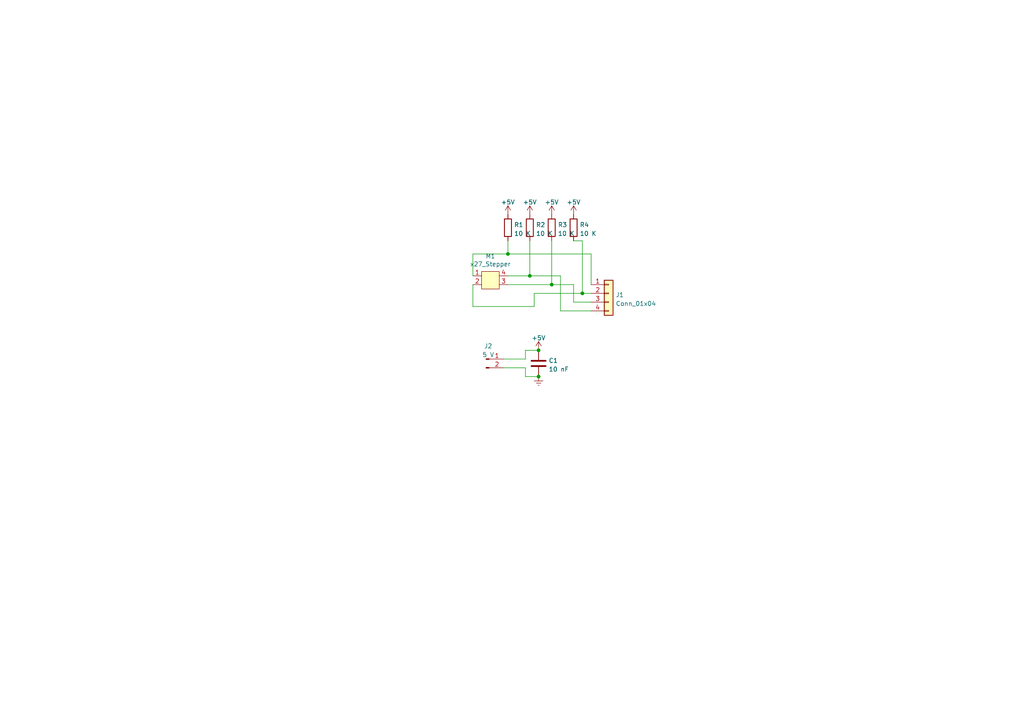
<source format=kicad_sch>
(kicad_sch (version 20211123) (generator eeschema)
  (paper "A4")
  (lib_symbols
    (symbol "Connector:Conn_01x02_Male" (pin_names (offset 1.016) hide)
      (property "Reference" "J" (at 0 2.54 0))
      (property "Value" "Conn_01x02_Male" (at 0 -5.08 0))
      (symbol "Conn_01x02_Male_1_1"
        (polyline (pts (xy 1.27 -2.54) (xy 0.8636 -2.54)) (stroke (width 0.1524)))
        (polyline (pts (xy 1.27 0) (xy 0.8636 0)) (stroke (width 0.1524)))
        (rectangle (start 0.8636 -2.413) (end 0 -2.667) (stroke (width 0.1524)) (fill (type outline)))
        (rectangle (start 0.8636 0.127) (end 0 -0.127) (stroke (width 0.1524)) (fill (type outline)))
        (pin passive line (at 5.08 0 180) (length 3.81) (name "Pin_1") (number "1"))
        (pin passive line (at 5.08 -2.54 180) (length 3.81) (name "Pin_2") (number "2"))
      )
    )
    (symbol "Connector_Generic:Conn_01x04" (pin_names (offset 1.016) hide)
      (property "Reference" "J" (at 0 5.08 0))
      (property "Value" "Conn_01x04" (at 0 -7.62 0))
      (symbol "Conn_01x04_1_1"
        (rectangle (start -1.27 -4.953) (end 0 -5.207) (stroke (width 0.1524)))
        (rectangle (start -1.27 -2.413) (end 0 -2.667) (stroke (width 0.1524)))
        (rectangle (start -1.27 0.127) (end 0 -0.127) (stroke (width 0.1524)))
        (rectangle (start -1.27 2.667) (end 0 2.413) (stroke (width 0.1524)))
        (rectangle (start -1.27 3.81) (end 1.27 -6.35) (stroke (width 0.254)) (fill (type background)))
        (pin passive line (at -5.08 2.54 0) (length 3.81) (name "Pin_1") (number "1"))
        (pin passive line (at -5.08 0 0) (length 3.81) (name "Pin_2") (number "2"))
        (pin passive line (at -5.08 -2.54 0) (length 3.81) (name "Pin_3") (number "3"))
        (pin passive line (at -5.08 -5.08 0) (length 3.81) (name "Pin_4") (number "4"))
      )
    )
    (symbol "Device:C" (pin_numbers hide) (pin_names (offset 0.254))
      (property "Reference" "C" (at 0.635 2.54 0))
      (property "Value" "C" (at 0.635 -2.54 0))
      (symbol "C_0_1"
        (polyline (pts (xy -2.032 -0.762) (xy 2.032 -0.762)) (stroke (width 0.508)))
        (polyline (pts (xy -2.032 0.762) (xy 2.032 0.762)) (stroke (width 0.508)))
      )
      (symbol "C_1_1"
        (pin passive line (at 0 3.81 270) (length 2.794) (name "~") (number "1"))
        (pin passive line (at 0 -3.81 90) (length 2.794) (name "~") (number "2"))
      )
    )
    (symbol "Device:R" (pin_numbers hide) (pin_names (offset 0))
      (property "Reference" "R" (at 2.032 0 90))
      (property "Value" "R" (at 0 0 90))
      (symbol "R_0_1"
        (rectangle (start -1.016 -2.54) (end 1.016 2.54) (stroke (width 0.254)))
      )
      (symbol "R_1_1"
        (pin passive line (at 0 3.81 270) (length 1.27) (name "~") (number "1"))
        (pin passive line (at 0 -3.81 90) (length 1.27) (name "~") (number "2"))
      )
    )
    (symbol "power:+5V" (power) (pin_names (offset 0))
      (property "Value" "+5V" (at 0 3.556 0))
      (symbol "+5V_0_1"
        (polyline (pts (xy -0.762 1.27) (xy 0 2.54)))
        (polyline (pts (xy 0 0) (xy 0 2.54)))
        (polyline (pts (xy 0 2.54) (xy 0.762 1.27)))
      )
      (symbol "+5V_1_1"
        (pin power_in line (at 0 0 90) (length 0) hide (name "+5V") (number "1"))
      )
    )
    (symbol "power:Earth" (power) (pin_names (offset 0))
      (symbol "Earth_0_1"
        (polyline (pts (xy -0.635 -1.905) (xy 0.635 -1.905)))
        (polyline (pts (xy -0.127 -2.54) (xy 0.127 -2.54)))
        (polyline (pts (xy 0 -1.27) (xy 0 0)))
        (polyline (pts (xy 1.27 -1.27) (xy -1.27 -1.27)))
      )
      (symbol "Earth_1_1"
        (pin power_in line (at 0 0 270) (length 0) hide (name "Earth") (number "1"))
      )
    )
    (symbol "x27_controller-rescue:x27_Stepper-FlightMotors" (pin_names (offset 1.016))
      (property "Reference" "M" (at 0 6.35 0))
      (property "Value" "x27_Stepper-FlightMotors" (at 0 -1.27 0))
      (symbol "x27_Stepper-FlightMotors_0_1"
        (rectangle (start -2.54 5.08) (end 2.54 0) (fill (type background)))
      )
      (symbol "x27_Stepper-FlightMotors_1_1"
        (pin bidirectional line (at -5.08 3.81 0) (length 2.54) (name "~") (number "1"))
        (pin bidirectional line (at -5.08 1.27 0) (length 2.54) (name "~") (number "2"))
        (pin bidirectional line (at 5.08 1.27 180) (length 2.54) (name "~") (number "3"))
        (pin bidirectional line (at 5.08 3.81 180) (length 2.54) (name "~") (number "4"))
      )
    )
  )
  (junction (at 153.67 80.01))
  (junction (at 147.32 73.66))
  (junction (at 168.91 85.09))
  (junction (at 156.21 109.22))
  (junction (at 160.02 82.55))
  (junction (at 156.21 101.6))
  (wire (pts (xy 137.16 82.55) (xy 137.16 88.9)))
  (wire (pts (xy 152.4 109.22) (xy 156.21 109.22)))
  (wire (pts (xy 152.4 106.68) (xy 152.4 109.22)))
  (wire (pts (xy 152.4 104.14) (xy 152.4 101.6)))
  (wire (pts (xy 137.16 73.66) (xy 147.32 73.66)))
  (wire (pts (xy 166.37 87.63) (xy 171.45 87.63)))
  (wire (pts (xy 153.67 69.85) (xy 153.67 80.01)))
  (wire (pts (xy 147.32 69.85) (xy 147.32 73.66)))
  (wire (pts (xy 168.91 69.85) (xy 168.91 85.09)))
  (wire (pts (xy 154.94 88.9) (xy 154.94 85.09)))
  (wire (pts (xy 137.16 88.9) (xy 154.94 88.9)))
  (wire (pts (xy 166.37 82.55) (xy 166.37 87.63)))
  (wire (pts (xy 160.02 82.55) (xy 166.37 82.55)))
  (wire (pts (xy 171.45 73.66) (xy 171.45 82.55)))
  (wire (pts (xy 166.37 69.85) (xy 168.91 69.85)))
  (wire (pts (xy 147.32 80.01) (xy 153.67 80.01)))
  (wire (pts (xy 152.4 101.6) (xy 156.21 101.6)))
  (wire (pts (xy 153.67 80.01) (xy 162.56 80.01)))
  (wire (pts (xy 146.05 104.14) (xy 152.4 104.14)))
  (wire (pts (xy 146.05 106.68) (xy 152.4 106.68)))
  (wire (pts (xy 147.32 73.66) (xy 171.45 73.66)))
  (wire (pts (xy 137.16 80.01) (xy 137.16 73.66)))
  (wire (pts (xy 147.32 82.55) (xy 160.02 82.55)))
  (wire (pts (xy 162.56 80.01) (xy 162.56 90.17)))
  (wire (pts (xy 160.02 69.85) (xy 160.02 82.55)))
  (wire (pts (xy 168.91 85.09) (xy 171.45 85.09)))
  (wire (pts (xy 162.56 90.17) (xy 171.45 90.17)))
  (wire (pts (xy 154.94 85.09) (xy 168.91 85.09)))
  (symbol (lib_id "x27_controller-rescue:x27_Stepper-FlightMotors") (at 142.24 83.82 0) (unit 1)
    (property "Reference" "M1" (at 142.24 74.295 0))
    (property "Value" "x27_Stepper" (at 142.24 76.6064 0))
    (property "Footprint" "Motors:Motor_x27-166" (effects hide))
  )
  (symbol (lib_id "power:Earth") (at 156.21 109.22 0) (unit 1)
    (property "Reference" "#PWR04" (effects hide))
    (property "Value" "Earth" (effects hide))
  )
  (symbol (lib_id "power:+5V") (at 160.02 62.23 0) (unit 1)
    (property "Reference" "#PWR05" (effects hide))
    (property "Value" "+5V" (at 160.02 58.6542 0))
  )
  (symbol (lib_id "Device:R") (at 166.37 66.04 0) (unit 1)
    (property "Reference" "R4" (at 168.148 65.2053 0) (effects (justify left)))
    (property "Value" "10 K" (at 168.148 67.7422 0) (effects (justify left)))
    (property "Footprint" "Resistor_SMD:R_0805_2012Metric_Pad1.20x1.40mm_HandSolder" (effects hide))
  )
  (symbol (lib_id "Device:R") (at 160.02 66.04 0) (unit 1)
    (property "Reference" "R3" (at 161.798 65.2053 0) (effects (justify left)))
    (property "Value" "10 K" (at 161.798 67.7422 0) (effects (justify left)))
    (property "Footprint" "Resistor_SMD:R_0805_2012Metric_Pad1.20x1.40mm_HandSolder" (effects hide))
  )
  (symbol (lib_id "power:+5V") (at 166.37 62.23 0) (unit 1)
    (property "Reference" "#PWR06" (effects hide))
    (property "Value" "+5V" (at 166.37 58.6542 0))
  )
  (symbol (lib_id "Connector_Generic:Conn_01x04") (at 176.53 85.09 0) (unit 1)
    (property "Reference" "J1" (at 178.562 85.5253 0) (effects (justify left)))
    (property "Value" "Conn_01x04" (at 178.562 88.0622 0) (effects (justify left)))
    (property "Footprint" "Connector_PinHeader_2.54mm:PinHeader_1x04_P2.54mm_Vertical" (effects hide))
  )
  (symbol (lib_id "Device:R") (at 153.67 66.04 0) (unit 1)
    (property "Reference" "R2" (at 155.448 65.2053 0) (effects (justify left)))
    (property "Value" "10 K" (at 155.448 67.7422 0) (effects (justify left)))
    (property "Footprint" "Resistor_SMD:R_0805_2012Metric_Pad1.20x1.40mm_HandSolder" (effects hide))
  )
  (symbol (lib_id "power:+5V") (at 153.67 62.23 0) (unit 1)
    (property "Reference" "#PWR02" (effects hide))
    (property "Value" "+5V" (at 153.67 58.6542 0))
  )
  (symbol (lib_id "power:+5V") (at 147.32 62.23 0) (unit 1)
    (property "Reference" "#PWR01" (effects hide))
    (property "Value" "+5V" (at 147.32 58.6542 0))
  )
  (symbol (lib_id "Device:R") (at 147.32 66.04 0) (unit 1)
    (property "Reference" "R1" (at 149.098 65.2053 0) (effects (justify left)))
    (property "Value" "10 K" (at 149.098 67.7422 0) (effects (justify left)))
    (property "Footprint" "Resistor_SMD:R_0805_2012Metric_Pad1.20x1.40mm_HandSolder" (effects hide))
  )
  (symbol (lib_id "power:+5V") (at 156.21 101.6 0) (unit 1)
    (property "Reference" "#PWR03" (effects hide))
    (property "Value" "+5V" (at 156.21 98.0242 0))
  )
  (symbol (lib_id "Connector:Conn_01x02_Male") (at 140.97 104.14 0) (unit 1)
    (property "Reference" "J2" (at 141.605 100.364 0))
    (property "Value" "5 V" (at 141.605 102.9009 0))
    (property "Footprint" "Connector_PinHeader_2.54mm:PinHeader_1x02_P2.54mm_Vertical" (effects hide))
  )
  (symbol (lib_id "Device:C") (at 156.21 105.41 0) (unit 1)
    (property "Reference" "C1" (at 159.131 104.5753 0) (effects (justify left)))
    (property "Value" "10 nF" (at 159.131 107.1122 0) (effects (justify left)))
    (property "Footprint" "Capacitor_SMD:C_0805_2012Metric_Pad1.18x1.45mm_HandSolder" (effects hide))
  )
)
</source>
